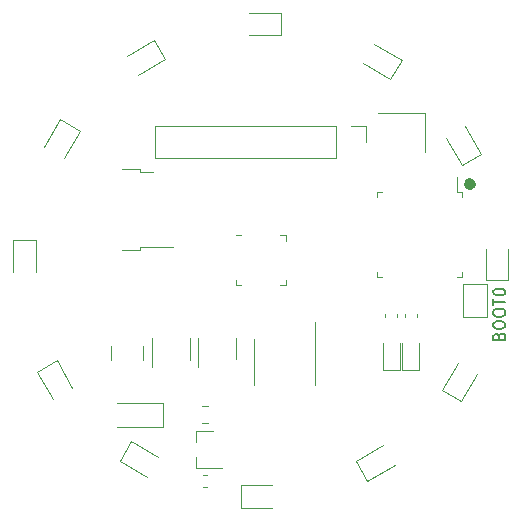
<source format=gbr>
G04 #@! TF.GenerationSoftware,KiCad,Pcbnew,(5.1.5)-3*
G04 #@! TF.CreationDate,2020-03-25T23:07:15+01:00*
G04 #@! TF.ProjectId,carteOdometrie,63617274-654f-4646-9f6d-65747269652e,rev?*
G04 #@! TF.SameCoordinates,Original*
G04 #@! TF.FileFunction,Legend,Top*
G04 #@! TF.FilePolarity,Positive*
%FSLAX46Y46*%
G04 Gerber Fmt 4.6, Leading zero omitted, Abs format (unit mm)*
G04 Created by KiCad (PCBNEW (5.1.5)-3) date 2020-03-25 23:07:15*
%MOMM*%
%LPD*%
G04 APERTURE LIST*
%ADD10C,0.750000*%
%ADD11C,0.120000*%
%ADD12C,0.150000*%
G04 APERTURE END LIST*
D10*
X17675860Y6634931D02*
X17533002Y6492074D01*
X17675860Y6349217D01*
X17818717Y6492074D01*
X17675860Y6634931D01*
X17675860Y6349217D01*
D11*
X13938000Y12445000D02*
X9938000Y12445000D01*
X13938000Y9145000D02*
X13938000Y12445000D01*
X-9193000Y-6618000D02*
X-9193000Y-9068000D01*
X-5973000Y-8418000D02*
X-5973000Y-6618000D01*
X-1635000Y2110000D02*
X-2110000Y2110000D01*
X2110000Y-2110000D02*
X2110000Y-1635000D01*
X1635000Y-2110000D02*
X2110000Y-2110000D01*
X-2110000Y-2110000D02*
X-2110000Y-1635000D01*
X-1635000Y-2110000D02*
X-2110000Y-2110000D01*
X2110000Y2110000D02*
X2110000Y1635000D01*
X1635000Y2110000D02*
X2110000Y2110000D01*
X-5293000Y-6593000D02*
X-5293000Y-9043000D01*
X-2073000Y-8393000D02*
X-2073000Y-6593000D01*
X4592000Y-8636000D02*
X4592000Y-5186000D01*
X4592000Y-8636000D02*
X4592000Y-10586000D01*
X-528000Y-8636000D02*
X-528000Y-6686000D01*
X-528000Y-8636000D02*
X-528000Y-10586000D01*
X-10230000Y7498000D02*
X-9130000Y7498000D01*
X-10230000Y7768000D02*
X-10230000Y7498000D01*
X-11730000Y7768000D02*
X-10230000Y7768000D01*
X-10230000Y1138000D02*
X-7400000Y1138000D01*
X-10230000Y868000D02*
X-10230000Y1138000D01*
X-11730000Y868000D02*
X-10230000Y868000D01*
X16622000Y5769000D02*
X16622000Y7059000D01*
X17072000Y5769000D02*
X16622000Y5769000D01*
X17072000Y5319000D02*
X17072000Y5769000D01*
X17072000Y-1451000D02*
X16622000Y-1451000D01*
X17072000Y-1001000D02*
X17072000Y-1451000D01*
X9852000Y5769000D02*
X10302000Y5769000D01*
X9852000Y5319000D02*
X9852000Y5769000D01*
X9852000Y-1451000D02*
X10302000Y-1451000D01*
X9852000Y-1001000D02*
X9852000Y-1451000D01*
X-4536221Y-18159000D02*
X-4861779Y-18159000D01*
X-4536221Y-19179000D02*
X-4861779Y-19179000D01*
X10539000Y-4510721D02*
X10539000Y-4836279D01*
X11559000Y-4510721D02*
X11559000Y-4836279D01*
X12190000Y-4510721D02*
X12190000Y-4836279D01*
X13210000Y-4510721D02*
X13210000Y-4836279D01*
X-5459000Y-14422000D02*
X-3999000Y-14422000D01*
X-5459000Y-17582000D02*
X-3299000Y-17582000D01*
X-5459000Y-17582000D02*
X-5459000Y-16652000D01*
X-5459000Y-14422000D02*
X-5459000Y-15352000D01*
X-12663000Y-7271936D02*
X-12663000Y-8476064D01*
X-9943000Y-7271936D02*
X-9943000Y-8476064D01*
X8950000Y11330000D02*
X8950000Y10000000D01*
X7620000Y11330000D02*
X8950000Y11330000D01*
X6350000Y11330000D02*
X6350000Y8670000D01*
X6350000Y8670000D02*
X-8950000Y8670000D01*
X6350000Y11330000D02*
X-8950000Y11330000D01*
X-8950000Y11330000D02*
X-8950000Y8670000D01*
X-11939253Y-16988884D02*
X-9613975Y-18331384D01*
X-10979253Y-15326116D02*
X-11939253Y-16988884D01*
X-8653975Y-16668616D02*
X-10979253Y-15326116D01*
X-18945884Y-9434747D02*
X-17603384Y-11760025D01*
X-17283116Y-8474747D02*
X-18945884Y-9434747D01*
X-15940616Y-10800025D02*
X-17283116Y-8474747D01*
X-20960000Y1685000D02*
X-20960000Y-1000000D01*
X-19040000Y1685000D02*
X-20960000Y1685000D01*
X-19040000Y-1000000D02*
X-19040000Y1685000D01*
X-16988884Y11939253D02*
X-18331384Y9613975D01*
X-15326116Y10979253D02*
X-16988884Y11939253D01*
X-16668616Y8653975D02*
X-15326116Y10979253D01*
X-9020747Y18673884D02*
X-11346025Y17331384D01*
X-8060747Y17011116D02*
X-9020747Y18673884D01*
X-10386025Y15668616D02*
X-8060747Y17011116D01*
X1685000Y20960000D02*
X-1000000Y20960000D01*
X1685000Y19040000D02*
X1685000Y20960000D01*
X-1000000Y19040000D02*
X1685000Y19040000D01*
X11939253Y16988884D02*
X9613975Y18331384D01*
X10979253Y15326116D02*
X11939253Y16988884D01*
X8653975Y16668616D02*
X10979253Y15326116D01*
X18673884Y9020747D02*
X17331384Y11346025D01*
X17011116Y8060747D02*
X18673884Y9020747D01*
X15668616Y10386025D02*
X17011116Y8060747D01*
X20960000Y-1685000D02*
X20960000Y1000000D01*
X19040000Y-1685000D02*
X20960000Y-1685000D01*
X19040000Y1000000D02*
X19040000Y-1685000D01*
X16988884Y-11939253D02*
X18331384Y-9613975D01*
X15326116Y-10979253D02*
X16988884Y-11939253D01*
X16668616Y-8653975D02*
X15326116Y-10979253D01*
X9020747Y-18673884D02*
X11346025Y-17331384D01*
X8060747Y-17011116D02*
X9020747Y-18673884D01*
X10386025Y-15668616D02*
X8060747Y-17011116D01*
X-1685000Y-20960000D02*
X1000000Y-20960000D01*
X-1685000Y-19040000D02*
X-1685000Y-20960000D01*
X1000000Y-19040000D02*
X-1685000Y-19040000D01*
X-8291000Y-14081000D02*
X-12191000Y-14081000D01*
X-8291000Y-12081000D02*
X-12191000Y-12081000D01*
X-8291000Y-14081000D02*
X-8291000Y-12081000D01*
X11784000Y-9257500D02*
X11784000Y-6972500D01*
X10314000Y-9257500D02*
X11784000Y-9257500D01*
X10314000Y-6972500D02*
X10314000Y-9257500D01*
X13435000Y-9257500D02*
X13435000Y-6972500D01*
X11965000Y-9257500D02*
X13435000Y-9257500D01*
X11965000Y-6972500D02*
X11965000Y-9257500D01*
X-4957578Y-13791000D02*
X-4440422Y-13791000D01*
X-4957578Y-12371000D02*
X-4440422Y-12371000D01*
X19161000Y-2029000D02*
X19161000Y-4829000D01*
X19161000Y-4829000D02*
X17161000Y-4829000D01*
X17161000Y-4829000D02*
X17161000Y-2029000D01*
X17161000Y-2029000D02*
X19161000Y-2029000D01*
D12*
X20169831Y-6438353D02*
X20217450Y-6295496D01*
X20265069Y-6247877D01*
X20360307Y-6200258D01*
X20503164Y-6200258D01*
X20598402Y-6247877D01*
X20646021Y-6295496D01*
X20693640Y-6390734D01*
X20693640Y-6771686D01*
X19693640Y-6771686D01*
X19693640Y-6438353D01*
X19741260Y-6343115D01*
X19788879Y-6295496D01*
X19884117Y-6247877D01*
X19979355Y-6247877D01*
X20074593Y-6295496D01*
X20122212Y-6343115D01*
X20169831Y-6438353D01*
X20169831Y-6771686D01*
X19693640Y-5581210D02*
X19693640Y-5390734D01*
X19741260Y-5295496D01*
X19836498Y-5200258D01*
X20026974Y-5152639D01*
X20360307Y-5152639D01*
X20550783Y-5200258D01*
X20646021Y-5295496D01*
X20693640Y-5390734D01*
X20693640Y-5581210D01*
X20646021Y-5676448D01*
X20550783Y-5771686D01*
X20360307Y-5819305D01*
X20026974Y-5819305D01*
X19836498Y-5771686D01*
X19741260Y-5676448D01*
X19693640Y-5581210D01*
X19693640Y-4533591D02*
X19693640Y-4343115D01*
X19741260Y-4247877D01*
X19836498Y-4152639D01*
X20026974Y-4105020D01*
X20360307Y-4105020D01*
X20550783Y-4152639D01*
X20646021Y-4247877D01*
X20693640Y-4343115D01*
X20693640Y-4533591D01*
X20646021Y-4628829D01*
X20550783Y-4724067D01*
X20360307Y-4771686D01*
X20026974Y-4771686D01*
X19836498Y-4724067D01*
X19741260Y-4628829D01*
X19693640Y-4533591D01*
X19693640Y-3819305D02*
X19693640Y-3247877D01*
X20693640Y-3533591D02*
X19693640Y-3533591D01*
X19693640Y-2724067D02*
X19693640Y-2628829D01*
X19741260Y-2533591D01*
X19788879Y-2485972D01*
X19884117Y-2438353D01*
X20074593Y-2390734D01*
X20312688Y-2390734D01*
X20503164Y-2438353D01*
X20598402Y-2485972D01*
X20646021Y-2533591D01*
X20693640Y-2628829D01*
X20693640Y-2724067D01*
X20646021Y-2819305D01*
X20598402Y-2866924D01*
X20503164Y-2914543D01*
X20312688Y-2962162D01*
X20074593Y-2962162D01*
X19884117Y-2914543D01*
X19788879Y-2866924D01*
X19741260Y-2819305D01*
X19693640Y-2724067D01*
M02*

</source>
